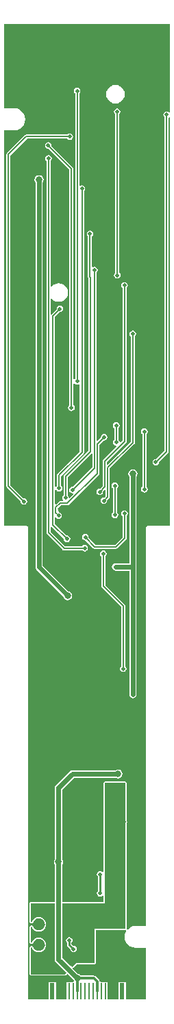
<source format=gbl>
%FSLAX25Y25*%
%MOIN*%
G70*
G01*
G75*
G04 Layer_Physical_Order=2*
G04 Layer_Color=16711680*
%ADD10C,0.05906*%
%ADD11R,0.07874X0.07874*%
%ADD12R,0.02362X0.02756*%
%ADD13R,0.02756X0.02362*%
%ADD14R,0.03150X0.03937*%
%ADD15R,0.03937X0.03150*%
%ADD16R,0.02559X0.02165*%
%ADD17R,0.02165X0.02559*%
%ADD18R,0.03543X0.03150*%
%ADD19R,0.03543X0.03150*%
%ADD20R,0.01575X0.03937*%
%ADD21O,0.01181X0.07874*%
%ADD22R,0.01181X0.07874*%
%ADD23R,0.03937X0.01575*%
%ADD24R,0.02362X0.07874*%
%ADD25R,0.01063X0.07874*%
%ADD26R,0.05118X0.05118*%
%ADD27R,0.00787X0.02362*%
%ADD28R,0.00787X0.03150*%
%ADD29R,0.02362X0.00787*%
%ADD30R,0.03150X0.00787*%
%ADD31R,0.03150X0.02559*%
%ADD32R,0.05118X0.15748*%
%ADD33R,0.03150X0.03543*%
%ADD34R,0.03150X0.03543*%
%ADD35R,0.06299X0.07480*%
%ADD36R,0.02756X0.13386*%
%ADD37R,0.02756X0.06102*%
%ADD38R,0.07874X0.10000*%
%ADD39C,0.00787*%
%ADD40C,0.02362*%
%ADD41C,0.01000*%
%ADD42C,0.01575*%
%ADD43C,0.01181*%
%ADD44C,0.01969*%
%ADD45C,0.03150*%
G36*
X60180Y-441588D02*
X60316Y-441765D01*
X60434Y-442051D01*
X60318Y-442202D01*
X59782Y-443495D01*
X59600Y-444882D01*
X59782Y-446270D01*
X60318Y-447563D01*
X61170Y-448673D01*
X62280Y-449525D01*
X63573Y-450060D01*
X64961Y-450243D01*
Y-450216D01*
X69863D01*
Y-475375D01*
X60210D01*
Y-466812D01*
X56666D01*
Y-475375D01*
X51410D01*
Y-466812D01*
X48673D01*
X47556Y-466589D01*
X47464Y-466128D01*
X47203Y-465737D01*
X47203Y-465737D01*
X45496Y-464030D01*
X45105Y-463769D01*
X44644Y-463678D01*
X44644Y-463678D01*
X38360D01*
X38122Y-463321D01*
X37406Y-462842D01*
X36994Y-462760D01*
X34370Y-460136D01*
X34400Y-460070D01*
D01*
X34400D01*
D01*
D01*
X34400Y-460070D01*
D01*
X34512Y-459973D01*
X34649Y-459916D01*
X36406Y-458159D01*
X44833D01*
X44951Y-458110D01*
X45078Y-458110D01*
X45168Y-458073D01*
D01*
D01*
X45168Y-458073D01*
X45258Y-457983D01*
X45285Y-457972D01*
X45297Y-457944D01*
X45341Y-457900D01*
X45385Y-457856D01*
X45413Y-457844D01*
X45424Y-457817D01*
X45514Y-457727D01*
X45514Y-457727D01*
X45514Y-457727D01*
Y-457727D01*
Y-457727D01*
X45514D01*
X45514D01*
X45514Y-457727D01*
Y-457727D01*
X45551Y-457637D01*
Y-457582D01*
X45600Y-457393D01*
X45600Y-457393D01*
X45600Y-457393D01*
Y-441663D01*
X59873D01*
X59935Y-441637D01*
X60000D01*
X60055Y-441614D01*
X60118D01*
X60180Y-441588D01*
X60180Y-441588D01*
D02*
G37*
G36*
X25674Y-455801D02*
X25811Y-456493D01*
X26203Y-457079D01*
X31393Y-462268D01*
X31143Y-462519D01*
X30680Y-462981D01*
X30463Y-463071D01*
X14104D01*
X14014Y-463034D01*
X13976Y-462944D01*
Y-450246D01*
X14378Y-449949D01*
X14562Y-450004D01*
X14795Y-450567D01*
X15363Y-451307D01*
X16103Y-451875D01*
X16965Y-452232D01*
X17890Y-452354D01*
X18815Y-452232D01*
X19677Y-451875D01*
X20417Y-451307D01*
X20985Y-450567D01*
X21342Y-449705D01*
X21464Y-448780D01*
X21342Y-447855D01*
X20985Y-446993D01*
X20417Y-446253D01*
X19677Y-445685D01*
X18815Y-445328D01*
X17890Y-445206D01*
X16965Y-445328D01*
X16103Y-445685D01*
X15363Y-446253D01*
X14795Y-446993D01*
X14562Y-447556D01*
X14378Y-447611D01*
X13976Y-447314D01*
Y-440246D01*
X14378Y-439949D01*
X14562Y-440004D01*
X14795Y-440567D01*
X15363Y-441307D01*
X16103Y-441875D01*
X16965Y-442232D01*
X17890Y-442354D01*
X18815Y-442232D01*
X19677Y-441875D01*
X20417Y-441307D01*
X20985Y-440567D01*
X21342Y-439705D01*
X21464Y-438780D01*
X21342Y-437855D01*
X20985Y-436993D01*
X20417Y-436253D01*
X19677Y-435685D01*
X18815Y-435328D01*
X17890Y-435206D01*
X16965Y-435328D01*
X16103Y-435685D01*
X15363Y-436253D01*
X14795Y-436993D01*
X14562Y-437556D01*
X14378Y-437611D01*
X13976Y-437314D01*
Y-428631D01*
X14014Y-428541D01*
X14104Y-428504D01*
X25674D01*
Y-455801D01*
D02*
G37*
G36*
X59963Y-370037D02*
X60000Y-370127D01*
Y-388292D01*
Y-389814D01*
Y-440998D01*
X59935D01*
X59873Y-441024D01*
X44961D01*
Y-441663D01*
X44961Y-441663D01*
X44961D01*
Y-457393D01*
X44923Y-457482D01*
X44833Y-457520D01*
X36102D01*
Y-457559D01*
X35954Y-457707D01*
X34197Y-459464D01*
X33197Y-458964D01*
X29287Y-455053D01*
Y-428504D01*
X50000D01*
Y-370127D01*
X50037Y-370037D01*
X50127Y-370000D01*
X59873D01*
X59963Y-370037D01*
D02*
G37*
G36*
X81674Y-43597D02*
X81214Y-43904D01*
X80693Y-43556D01*
X80079Y-43434D01*
X79464Y-43556D01*
X78943Y-43904D01*
X78595Y-44425D01*
X78473Y-45039D01*
X78595Y-45654D01*
X78943Y-46175D01*
X79075Y-46263D01*
Y-208403D01*
X74996Y-212483D01*
X74810Y-212446D01*
X74195Y-212568D01*
X73675Y-212916D01*
X73327Y-213437D01*
X73204Y-214052D01*
X73327Y-214666D01*
X73675Y-215187D01*
X74195Y-215535D01*
X74810Y-215657D01*
X75424Y-215535D01*
X75945Y-215187D01*
X76293Y-214666D01*
X76416Y-214052D01*
X76391Y-213926D01*
X80788Y-209528D01*
X81006Y-209203D01*
X81082Y-208819D01*
Y-46617D01*
X81523Y-46381D01*
X81674Y-46482D01*
Y-245060D01*
X70866D01*
X70482Y-245136D01*
X70157Y-245354D01*
X69939Y-245679D01*
X69863Y-246063D01*
Y-439548D01*
X64961D01*
Y-439521D01*
X63573Y-439704D01*
X62280Y-440239D01*
X61170Y-441091D01*
X61097Y-441187D01*
X60639Y-440998D01*
Y-389814D01*
X60737Y-389668D01*
X60859Y-389053D01*
X60737Y-388439D01*
X60639Y-388292D01*
Y-370127D01*
X60590Y-370010D01*
X60590Y-369882D01*
X60553Y-369793D01*
D01*
D01*
X60553Y-369793D01*
X60463Y-369703D01*
X60452Y-369675D01*
X60424Y-369664D01*
X60380Y-369620D01*
X60336Y-369576D01*
X60325Y-369548D01*
X60297Y-369537D01*
X60207Y-369447D01*
X60207Y-369447D01*
D01*
D01*
X60118Y-369409D01*
X59990Y-369409D01*
X59873Y-369361D01*
X50127D01*
X50010Y-369409D01*
X49883Y-369409D01*
X49793Y-369447D01*
D01*
D01*
X49793Y-369447D01*
X49703Y-369537D01*
X49675Y-369548D01*
X49664Y-369576D01*
X49620Y-369620D01*
X49576Y-369664D01*
X49548Y-369675D01*
X49537Y-369703D01*
X49447Y-369793D01*
X49447Y-369793D01*
D01*
D01*
X49409Y-369882D01*
X49409Y-370010D01*
X49361Y-370127D01*
Y-413233D01*
X48882Y-413378D01*
X48812Y-413274D01*
X48292Y-412926D01*
X47677Y-412804D01*
X47063Y-412926D01*
X46542Y-413274D01*
X46194Y-413795D01*
X46071Y-414409D01*
X46194Y-415024D01*
X46542Y-415545D01*
X46565Y-415560D01*
Y-422471D01*
X46542Y-422487D01*
X46194Y-423008D01*
X46071Y-423622D01*
X46194Y-424236D01*
X46542Y-424757D01*
X47063Y-425105D01*
X47677Y-425228D01*
X48292Y-425105D01*
X48812Y-424757D01*
X48882Y-424653D01*
X49361Y-424798D01*
Y-427865D01*
X29287D01*
Y-409580D01*
X29520Y-409231D01*
X29688Y-408386D01*
X29520Y-407541D01*
X29287Y-407192D01*
Y-373110D01*
X34961Y-367436D01*
X55223D01*
X55572Y-367670D01*
X56417Y-367838D01*
X57262Y-367670D01*
X57978Y-367191D01*
X58457Y-366475D01*
X58625Y-365630D01*
X58457Y-364785D01*
X57978Y-364069D01*
X57262Y-363590D01*
X56417Y-363422D01*
X55572Y-363590D01*
X55223Y-363824D01*
X34213D01*
X33521Y-363961D01*
X32935Y-364353D01*
X26203Y-371085D01*
X25811Y-371671D01*
X25674Y-372362D01*
X25674Y-372362D01*
X25674D01*
X25674Y-372362D01*
X25674D01*
Y-407192D01*
X25441Y-407541D01*
X25273Y-408386D01*
X25441Y-409231D01*
X25674Y-409580D01*
Y-427865D01*
X14104D01*
X13986Y-427913D01*
X13859Y-427913D01*
X13769Y-427951D01*
D01*
D01*
X13769Y-427951D01*
X13679Y-428041D01*
X13652Y-428052D01*
X13640Y-428080D01*
X13596Y-428124D01*
X13552Y-428168D01*
X13524Y-428179D01*
X13513Y-428207D01*
X13423Y-428297D01*
X13423Y-428297D01*
D01*
D01*
X13386Y-428386D01*
X13386Y-428514D01*
X13337Y-428631D01*
Y-437314D01*
X13356Y-437359D01*
X13344Y-437407D01*
X13447Y-437580D01*
X13524Y-437766D01*
X13570Y-437784D01*
X13596Y-437827D01*
X13997Y-438125D01*
X14045Y-438137D01*
X14077Y-438175D01*
X14277Y-438195D01*
X14472Y-438244D01*
X14514Y-438218D01*
X14564Y-438223D01*
X14748Y-438167D01*
X14773Y-438146D01*
X14807D01*
X14959Y-437994D01*
X15126Y-437857D01*
X15129Y-437824D01*
X15153Y-437800D01*
X15353Y-437315D01*
X15819Y-436709D01*
X16425Y-436243D01*
X17132Y-435951D01*
X17890Y-435851D01*
X18648Y-435951D01*
X19355Y-436243D01*
X19961Y-436709D01*
X20427Y-437315D01*
X20719Y-438022D01*
X20819Y-438780D01*
X20719Y-439538D01*
X20427Y-440245D01*
X19961Y-440851D01*
X19355Y-441317D01*
X18648Y-441609D01*
X17890Y-441709D01*
X17132Y-441609D01*
X16425Y-441317D01*
X15819Y-440851D01*
X15353Y-440245D01*
X15152Y-439760D01*
X15129Y-439736D01*
X15126Y-439703D01*
X14959Y-439566D01*
X14807Y-439414D01*
X14773D01*
X14747Y-439393D01*
X14563Y-439337D01*
X14514Y-439342D01*
X14472Y-439316D01*
X14277Y-439365D01*
X14077Y-439385D01*
X14045Y-439423D01*
X13997Y-439435D01*
X13596Y-439733D01*
X13570Y-439776D01*
X13524Y-439794D01*
X13447Y-439980D01*
X13344Y-440153D01*
X13356Y-440201D01*
X13337Y-440246D01*
Y-447314D01*
X13356Y-447359D01*
X13344Y-447407D01*
X13447Y-447580D01*
X13524Y-447766D01*
X13570Y-447785D01*
X13596Y-447827D01*
X13997Y-448125D01*
X14045Y-448137D01*
X14077Y-448175D01*
X14277Y-448195D01*
X14472Y-448244D01*
X14514Y-448218D01*
X14564Y-448223D01*
X14748Y-448167D01*
X14773Y-448146D01*
X14807D01*
X14959Y-447994D01*
X15126Y-447857D01*
X15129Y-447824D01*
X15153Y-447800D01*
X15353Y-447315D01*
X15819Y-446709D01*
X16425Y-446243D01*
X17132Y-445951D01*
X17890Y-445851D01*
X18648Y-445951D01*
X19355Y-446243D01*
X19961Y-446709D01*
X20427Y-447315D01*
X20719Y-448022D01*
X20819Y-448780D01*
X20719Y-449538D01*
X20427Y-450245D01*
X19961Y-450851D01*
X19355Y-451317D01*
X18648Y-451609D01*
X17890Y-451709D01*
X17132Y-451609D01*
X16425Y-451317D01*
X15819Y-450851D01*
X15353Y-450245D01*
X15152Y-449760D01*
X15129Y-449736D01*
X15126Y-449703D01*
X14959Y-449566D01*
X14807Y-449414D01*
X14773D01*
X14747Y-449393D01*
X14563Y-449337D01*
X14514Y-449342D01*
X14472Y-449316D01*
X14277Y-449365D01*
X14077Y-449385D01*
X14045Y-449423D01*
X13997Y-449435D01*
X13596Y-449733D01*
X13570Y-449776D01*
X13524Y-449794D01*
X13447Y-449980D01*
X13344Y-450153D01*
X13356Y-450201D01*
X13337Y-450246D01*
Y-462944D01*
X13386Y-463061D01*
X13386Y-463188D01*
X13423Y-463278D01*
D01*
D01*
X13423Y-463278D01*
X13513Y-463368D01*
X13524Y-463396D01*
X13552Y-463407D01*
X13596Y-463451D01*
X13640Y-463495D01*
X13652Y-463523D01*
X13679Y-463534D01*
X13769Y-463624D01*
X13769Y-463624D01*
D01*
D01*
X13859Y-463661D01*
X13986Y-463661D01*
X14104Y-463710D01*
X30463D01*
X30581Y-463661D01*
X30708D01*
X30925Y-463572D01*
X31015Y-463482D01*
X31132Y-463433D01*
X31595Y-462971D01*
X31595Y-462971D01*
Y-462971D01*
X32095Y-462971D01*
X34439Y-465315D01*
X34521Y-465727D01*
X34952Y-466371D01*
X34716Y-466812D01*
X31450D01*
Y-475375D01*
X26194D01*
Y-466812D01*
X22650D01*
Y-475375D01*
X12815D01*
Y-246063D01*
X12738Y-245679D01*
X12521Y-245354D01*
X12195Y-245136D01*
X11811Y-245060D01*
X1003D01*
Y-52578D01*
X5906D01*
Y-52605D01*
X7293Y-52422D01*
X8586Y-51887D01*
X9696Y-51035D01*
X10548Y-49924D01*
X11084Y-48632D01*
X11266Y-47244D01*
X11084Y-45857D01*
X10548Y-44564D01*
X9696Y-43453D01*
X8586Y-42601D01*
X7293Y-42066D01*
X5906Y-41883D01*
Y-41910D01*
X1003D01*
Y-1003D01*
X81674D01*
Y-43597D01*
D02*
G37*
%LPC*%
G36*
X17992Y-74406D02*
X17147Y-74575D01*
X16431Y-75053D01*
X15952Y-75769D01*
X15784Y-76614D01*
X15952Y-77459D01*
X16186Y-77808D01*
Y-265015D01*
X16186Y-265015D01*
X16186D01*
X16323Y-265706D01*
X16715Y-266292D01*
X29761Y-279338D01*
X29843Y-279750D01*
X30321Y-280466D01*
X31037Y-280945D01*
X31882Y-281113D01*
X32727Y-280945D01*
X33443Y-280466D01*
X33922Y-279750D01*
X34090Y-278905D01*
X33922Y-278060D01*
X33443Y-277344D01*
X32727Y-276865D01*
X32315Y-276783D01*
X19798Y-264267D01*
Y-77808D01*
X20032Y-77459D01*
X20200Y-76614D01*
X20032Y-75769D01*
X19553Y-75053D01*
X18837Y-74575D01*
X17992Y-74406D01*
D02*
G37*
G36*
X59606Y-237410D02*
X58992Y-237532D01*
X58471Y-237880D01*
X58123Y-238401D01*
X58001Y-239016D01*
X58123Y-239630D01*
X58471Y-240151D01*
X58603Y-240239D01*
Y-250458D01*
X54978Y-254083D01*
X45463D01*
X42069Y-250689D01*
X42100Y-250534D01*
X41978Y-249919D01*
X41630Y-249398D01*
X41109Y-249050D01*
X40494Y-248928D01*
X39880Y-249050D01*
X39359Y-249398D01*
X39011Y-249919D01*
X38889Y-250534D01*
X39011Y-251148D01*
X39359Y-251669D01*
X39880Y-252017D01*
X40494Y-252139D01*
X40650Y-252109D01*
X44337Y-255796D01*
X44555Y-255941D01*
X44663Y-256013D01*
X45047Y-256090D01*
X55394D01*
X55778Y-256013D01*
X56103Y-255796D01*
X60316Y-251583D01*
X60533Y-251258D01*
X60610Y-250874D01*
X60610Y-250874D01*
X60610Y-250874D01*
Y-250874D01*
Y-240239D01*
X60742Y-240151D01*
X61090Y-239630D01*
X61212Y-239016D01*
X61090Y-238401D01*
X60742Y-237880D01*
X60221Y-237532D01*
X59606Y-237410D01*
D02*
G37*
G36*
X49213Y-256938D02*
X48598Y-257060D01*
X48077Y-257408D01*
X47729Y-257929D01*
X47607Y-258543D01*
X47729Y-259158D01*
X48077Y-259679D01*
X48209Y-259767D01*
Y-274213D01*
X48209Y-274213D01*
X48209D01*
X48285Y-274597D01*
X48503Y-274922D01*
X57954Y-284373D01*
Y-313205D01*
X57822Y-313293D01*
X57474Y-313814D01*
X57352Y-314428D01*
X57474Y-315042D01*
X57822Y-315563D01*
X58343Y-315912D01*
X58958Y-316034D01*
X59572Y-315912D01*
X60093Y-315563D01*
X60441Y-315042D01*
X60563Y-314428D01*
X60441Y-313814D01*
X60093Y-313293D01*
X59961Y-313205D01*
Y-283958D01*
X59885Y-283574D01*
X59813Y-283466D01*
X59667Y-283248D01*
X50216Y-273797D01*
Y-259767D01*
X50348Y-259679D01*
X50696Y-259158D01*
X50818Y-258543D01*
X50696Y-257929D01*
X50348Y-257408D01*
X49827Y-257060D01*
X49213Y-256938D01*
D02*
G37*
G36*
X32677Y-444969D02*
X32063Y-445091D01*
X31542Y-445439D01*
X31194Y-445960D01*
X31071Y-446575D01*
X31194Y-447189D01*
X31542Y-447710D01*
X31565Y-447726D01*
Y-448647D01*
X31565Y-448647D01*
X31650Y-449072D01*
X31891Y-449433D01*
X33210Y-450752D01*
X33205Y-450780D01*
X33327Y-451395D01*
X33675Y-451915D01*
X34196Y-452263D01*
X34811Y-452386D01*
X35425Y-452263D01*
X35946Y-451915D01*
X36294Y-451395D01*
X36416Y-450780D01*
X36294Y-450166D01*
X35946Y-449645D01*
X35425Y-449297D01*
X34811Y-449174D01*
X34783Y-449180D01*
X33789Y-448186D01*
Y-447726D01*
X33812Y-447710D01*
X34161Y-447189D01*
X34283Y-446575D01*
X34161Y-445960D01*
X33812Y-445439D01*
X33292Y-445091D01*
X32677Y-444969D01*
D02*
G37*
G36*
X63661Y-217452D02*
X62817Y-217620D01*
X62100Y-218098D01*
X61622Y-218814D01*
X61454Y-219659D01*
X61622Y-220504D01*
X61855Y-220853D01*
Y-263154D01*
X55197D01*
X54506Y-263292D01*
X53920Y-263683D01*
X53528Y-264269D01*
X53391Y-264961D01*
X53528Y-265652D01*
X53920Y-266238D01*
X54506Y-266630D01*
X55197Y-266767D01*
X61855D01*
Y-326969D01*
X61993Y-327660D01*
X62384Y-328246D01*
X62970Y-328637D01*
X63661Y-328775D01*
X64353Y-328637D01*
X64939Y-328246D01*
X65330Y-327660D01*
X65468Y-326969D01*
Y-264961D01*
Y-220853D01*
X65701Y-220504D01*
X65869Y-219659D01*
X65701Y-218814D01*
X65223Y-218098D01*
X64506Y-217620D01*
X63661Y-217452D01*
D02*
G37*
G36*
X55984Y-41977D02*
X55370Y-42099D01*
X54849Y-42447D01*
X54501Y-42968D01*
X54379Y-43583D01*
X54501Y-44197D01*
X54849Y-44718D01*
X55059Y-44859D01*
Y-121887D01*
X54928Y-121975D01*
X54580Y-122496D01*
X54457Y-123110D01*
X54580Y-123725D01*
X54928Y-124246D01*
X55449Y-124594D01*
X56063Y-124716D01*
X56677Y-124594D01*
X57198Y-124246D01*
X57546Y-123725D01*
X57669Y-123110D01*
X57546Y-122496D01*
X57198Y-121975D01*
X57067Y-121887D01*
Y-44754D01*
X57120Y-44718D01*
X57468Y-44197D01*
X57590Y-43583D01*
X57468Y-42968D01*
X57120Y-42447D01*
X56599Y-42099D01*
X55984Y-41977D01*
D02*
G37*
G36*
X36496Y-31898D02*
X35882Y-32021D01*
X35361Y-32369D01*
X35013Y-32890D01*
X34890Y-33504D01*
X35013Y-34118D01*
X35361Y-34639D01*
X35493Y-34727D01*
Y-173419D01*
X35091Y-173717D01*
X34744Y-173612D01*
Y-71260D01*
X34680Y-70939D01*
X34667Y-70876D01*
X34450Y-70550D01*
X24055Y-60155D01*
X24086Y-60000D01*
X23964Y-59386D01*
X23616Y-58865D01*
X23095Y-58517D01*
X22480Y-58394D01*
X21866Y-58517D01*
X21345Y-58865D01*
X20997Y-59386D01*
X20875Y-60000D01*
X20997Y-60615D01*
X21345Y-61135D01*
X21866Y-61483D01*
X22480Y-61606D01*
X22636Y-61575D01*
X32737Y-71675D01*
Y-186296D01*
X32605Y-186384D01*
X32257Y-186905D01*
X32135Y-187520D01*
X32257Y-188134D01*
X32605Y-188655D01*
X33126Y-189003D01*
X33740Y-189125D01*
X34355Y-189003D01*
X34876Y-188655D01*
X35224Y-188134D01*
X35346Y-187520D01*
X35224Y-186905D01*
X34876Y-186384D01*
X34744Y-186296D01*
Y-175758D01*
X35222Y-175613D01*
X35361Y-175820D01*
X35882Y-176169D01*
X36496Y-176291D01*
X37110Y-176169D01*
X37374Y-175992D01*
X37815Y-176228D01*
Y-208836D01*
X27007Y-219645D01*
X26789Y-219970D01*
X26713Y-220354D01*
Y-225469D01*
X26581Y-225557D01*
X26246Y-226060D01*
X25767Y-225914D01*
Y-143250D01*
X27994Y-141024D01*
X28150Y-141054D01*
X28764Y-140932D01*
X29285Y-140584D01*
X29633Y-140063D01*
X29755Y-139449D01*
X29633Y-138834D01*
X29285Y-138313D01*
X28764Y-137965D01*
X28150Y-137843D01*
X27535Y-137965D01*
X27014Y-138313D01*
X26666Y-138834D01*
X26544Y-139449D01*
X26575Y-139604D01*
X24064Y-142115D01*
X24000Y-142089D01*
X23602Y-141823D01*
Y-134554D01*
X24075Y-134394D01*
X24330Y-134725D01*
X25276Y-135451D01*
X26377Y-135907D01*
X27559Y-136063D01*
X28741Y-135907D01*
X29842Y-135451D01*
X30788Y-134725D01*
X31514Y-133779D01*
X31970Y-132678D01*
X32126Y-131496D01*
X31970Y-130314D01*
X31514Y-129213D01*
X30788Y-128267D01*
X29842Y-127541D01*
X28741Y-127085D01*
X27559Y-126929D01*
X26377Y-127085D01*
X25276Y-127541D01*
X24330Y-128267D01*
X24075Y-128599D01*
X23602Y-128438D01*
Y-67523D01*
X23734Y-67435D01*
X24082Y-66914D01*
X24204Y-66299D01*
X24082Y-65685D01*
X23734Y-65164D01*
X23213Y-64816D01*
X22598Y-64694D01*
X21984Y-64816D01*
X21463Y-65164D01*
X21115Y-65685D01*
X20993Y-66299D01*
X21115Y-66914D01*
X21463Y-67435D01*
X21595Y-67523D01*
Y-248307D01*
X21595Y-248307D01*
X21595D01*
X21671Y-248691D01*
X21889Y-249017D01*
X29448Y-256576D01*
X29773Y-256793D01*
X30158Y-256870D01*
X38934D01*
X39022Y-257001D01*
X39543Y-257350D01*
X40157Y-257472D01*
X40772Y-257350D01*
X41293Y-257001D01*
X41641Y-256481D01*
X41763Y-255866D01*
X41641Y-255252D01*
X41293Y-254731D01*
X40772Y-254383D01*
X40157Y-254260D01*
X39543Y-254383D01*
X39022Y-254731D01*
X38934Y-254863D01*
X30573D01*
X23602Y-247891D01*
Y-245500D01*
X24000Y-245234D01*
X24064Y-245208D01*
X30000Y-251144D01*
X29969Y-251299D01*
X30091Y-251914D01*
X30439Y-252435D01*
X30960Y-252783D01*
X31575Y-252905D01*
X32189Y-252783D01*
X32710Y-252435D01*
X33058Y-251914D01*
X33180Y-251299D01*
X33058Y-250685D01*
X32710Y-250164D01*
X32189Y-249816D01*
X31575Y-249694D01*
X31419Y-249725D01*
X25767Y-244073D01*
Y-241034D01*
X26246Y-240889D01*
X26384Y-241096D01*
X26905Y-241444D01*
X27520Y-241566D01*
X28134Y-241444D01*
X28655Y-241096D01*
X29003Y-240575D01*
X29125Y-239961D01*
X29003Y-239346D01*
X28655Y-238825D01*
X28134Y-238477D01*
X27520Y-238355D01*
X27145Y-236472D01*
Y-236439D01*
X28644Y-234941D01*
X31811D01*
X32195Y-234864D01*
X32521Y-234647D01*
X47048Y-220119D01*
X47266Y-219794D01*
X47278Y-219730D01*
X47342Y-219409D01*
Y-205534D01*
X49490Y-203386D01*
X49646Y-203417D01*
X50260Y-203294D01*
X50781Y-202946D01*
X51129Y-202426D01*
X51251Y-201811D01*
X51129Y-201197D01*
X50781Y-200676D01*
X50260Y-200328D01*
X49646Y-200205D01*
X49031Y-200328D01*
X48510Y-200676D01*
X48162Y-201197D01*
X48040Y-201811D01*
X48071Y-201967D01*
X46426Y-203611D01*
X45964Y-203420D01*
Y-121853D01*
X46096Y-121765D01*
X46444Y-121244D01*
X46566Y-120630D01*
X46444Y-120016D01*
X46096Y-119495D01*
X45575Y-119147D01*
X44961Y-119024D01*
X44346Y-119147D01*
X44240Y-119218D01*
X43799Y-118982D01*
Y-104216D01*
X43931Y-104128D01*
X44279Y-103607D01*
X44401Y-102992D01*
X44279Y-102378D01*
X43931Y-101857D01*
X43410Y-101509D01*
X42795Y-101386D01*
X42181Y-101509D01*
X41660Y-101857D01*
X41312Y-102378D01*
X41190Y-102992D01*
X41312Y-103607D01*
X41660Y-104128D01*
X41792Y-104216D01*
Y-123791D01*
X41792Y-123791D01*
X41792D01*
X41868Y-124175D01*
X41870Y-124179D01*
Y-208403D01*
X30117Y-220157D01*
X29900Y-220482D01*
X29823Y-220866D01*
Y-230154D01*
X29691Y-230243D01*
X29343Y-230764D01*
X29221Y-231378D01*
X29343Y-231992D01*
X29678Y-232492D01*
X29566Y-232700D01*
X29411Y-232933D01*
X28228D01*
X27908Y-232997D01*
X27844Y-233010D01*
X27519Y-233227D01*
X26229Y-234517D01*
X25767Y-234326D01*
Y-227471D01*
X26246Y-227326D01*
X26581Y-227828D01*
X27102Y-228176D01*
X27716Y-228299D01*
X28331Y-228176D01*
X28852Y-227828D01*
X29200Y-227307D01*
X29322Y-226693D01*
X29200Y-226079D01*
X28852Y-225557D01*
X28720Y-225469D01*
Y-220770D01*
X39529Y-209962D01*
X39746Y-209636D01*
X39822Y-209252D01*
Y-82208D01*
X39954Y-82120D01*
X40302Y-81599D01*
X40424Y-80984D01*
X40302Y-80370D01*
X39954Y-79849D01*
X39433Y-79501D01*
X38819Y-79379D01*
X38204Y-79501D01*
X37941Y-79677D01*
X37500Y-79441D01*
Y-34727D01*
X37631Y-34639D01*
X37980Y-34118D01*
X38102Y-33504D01*
X37980Y-32890D01*
X37631Y-32369D01*
X37110Y-32021D01*
X36496Y-31898D01*
D02*
G37*
G36*
X55118Y-30473D02*
X53936Y-30628D01*
X52835Y-31085D01*
X51889Y-31810D01*
X51163Y-32756D01*
X50707Y-33858D01*
X50551Y-35039D01*
X50707Y-36221D01*
X51163Y-37323D01*
X51889Y-38269D01*
X52835Y-38994D01*
X53936Y-39450D01*
X55118Y-39606D01*
X56300Y-39450D01*
X57402Y-38994D01*
X58347Y-38269D01*
X59073Y-37323D01*
X59529Y-36221D01*
X59685Y-35039D01*
X59529Y-33858D01*
X59073Y-32756D01*
X58347Y-31810D01*
X57402Y-31085D01*
X56300Y-30628D01*
X55118Y-30473D01*
D02*
G37*
G36*
X32913Y-54103D02*
X32299Y-54225D01*
X31778Y-54573D01*
X31690Y-54705D01*
X11772D01*
X11388Y-54782D01*
X11280Y-54854D01*
X11062Y-54999D01*
X2401Y-63661D01*
X2183Y-63986D01*
X2107Y-64370D01*
Y-225630D01*
X2107Y-225630D01*
X2107D01*
X2183Y-226014D01*
X2401Y-226340D01*
X9016Y-232955D01*
X8985Y-233110D01*
X9107Y-233725D01*
X9455Y-234246D01*
X9976Y-234594D01*
X10591Y-234716D01*
X11205Y-234594D01*
X11726Y-234246D01*
X12074Y-233725D01*
X12196Y-233110D01*
X12074Y-232496D01*
X11726Y-231975D01*
X11205Y-231627D01*
X10591Y-231505D01*
X10435Y-231536D01*
X4114Y-225214D01*
Y-64786D01*
X12187Y-56712D01*
X31690D01*
X31778Y-56844D01*
X32299Y-57192D01*
X32913Y-57314D01*
X33528Y-57192D01*
X34049Y-56844D01*
X34397Y-56323D01*
X34519Y-55709D01*
X34397Y-55094D01*
X34049Y-54573D01*
X33528Y-54225D01*
X32913Y-54103D01*
D02*
G37*
G36*
X69252Y-197568D02*
X68638Y-197690D01*
X68117Y-198038D01*
X67769Y-198559D01*
X67646Y-199173D01*
X67769Y-199788D01*
X68117Y-200309D01*
X68248Y-200397D01*
Y-225981D01*
X68117Y-226069D01*
X67769Y-226590D01*
X67646Y-227205D01*
X67769Y-227819D01*
X68117Y-228340D01*
X68638Y-228688D01*
X69252Y-228810D01*
X69866Y-228688D01*
X70387Y-228340D01*
X70735Y-227819D01*
X70858Y-227205D01*
X70735Y-226590D01*
X70387Y-226069D01*
X70256Y-225981D01*
Y-200397D01*
X70387Y-200309D01*
X70735Y-199788D01*
X70858Y-199173D01*
X70735Y-198559D01*
X70387Y-198038D01*
X69866Y-197690D01*
X69252Y-197568D01*
D02*
G37*
G36*
X54921Y-223867D02*
X54307Y-223989D01*
X53786Y-224337D01*
X53438Y-224858D01*
X53316Y-225472D01*
X53438Y-226087D01*
X53786Y-226608D01*
X53918Y-226696D01*
Y-238383D01*
X53786Y-238471D01*
X53438Y-238992D01*
X53316Y-239606D01*
X53438Y-240221D01*
X53786Y-240742D01*
X54307Y-241090D01*
X54921Y-241212D01*
X55536Y-241090D01*
X56057Y-240742D01*
X56405Y-240221D01*
X56527Y-239606D01*
X56405Y-238992D01*
X56057Y-238471D01*
X55925Y-238383D01*
Y-226696D01*
X56057Y-226608D01*
X56405Y-226087D01*
X56527Y-225472D01*
X56405Y-224858D01*
X56057Y-224337D01*
X55536Y-223989D01*
X54921Y-223867D01*
D02*
G37*
G36*
X59595Y-126415D02*
X58981Y-126537D01*
X58460Y-126885D01*
X58112Y-127406D01*
X57990Y-128021D01*
X58112Y-128635D01*
X58460Y-129156D01*
X58592Y-129244D01*
Y-203403D01*
X57649Y-204346D01*
X57170Y-204201D01*
X57074Y-203716D01*
X56726Y-203195D01*
X56594Y-203107D01*
Y-197405D01*
X56726Y-197317D01*
X57074Y-196796D01*
X57196Y-196181D01*
X57074Y-195567D01*
X56726Y-195046D01*
X56205Y-194698D01*
X55590Y-194576D01*
X54976Y-194698D01*
X54455Y-195046D01*
X54107Y-195567D01*
X53985Y-196181D01*
X54107Y-196796D01*
X54455Y-197317D01*
X54587Y-197405D01*
Y-203107D01*
X54455Y-203195D01*
X54107Y-203716D01*
X53985Y-204331D01*
X54107Y-204945D01*
X54455Y-205466D01*
X54976Y-205814D01*
X55461Y-205911D01*
X55606Y-206389D01*
X49290Y-212705D01*
X49073Y-213030D01*
X48996Y-213414D01*
Y-225569D01*
X47675Y-226890D01*
X47520Y-226859D01*
X46905Y-226981D01*
X46384Y-227329D01*
X46036Y-227850D01*
X45914Y-228465D01*
X46036Y-229079D01*
X46384Y-229600D01*
X46905Y-229948D01*
X47520Y-230070D01*
X48134Y-229948D01*
X48655Y-229600D01*
X49003Y-229079D01*
X49125Y-228465D01*
X49094Y-228309D01*
X49913Y-227491D01*
X50374Y-227682D01*
Y-230446D01*
X49642Y-231179D01*
X49486Y-231148D01*
X48872Y-231270D01*
X48351Y-231618D01*
X48003Y-232139D01*
X47881Y-232754D01*
X48003Y-233368D01*
X48351Y-233889D01*
X48872Y-234237D01*
X49486Y-234360D01*
X50101Y-234237D01*
X50621Y-233889D01*
X50970Y-233368D01*
X51092Y-232754D01*
X51061Y-232598D01*
X52087Y-231572D01*
X52233Y-231354D01*
X52305Y-231246D01*
X52381Y-230862D01*
Y-217069D01*
X64332Y-205119D01*
X64549Y-204794D01*
X64562Y-204730D01*
X64626Y-204409D01*
Y-152838D01*
X64757Y-152750D01*
X65105Y-152229D01*
X65228Y-151614D01*
X65105Y-151000D01*
X64757Y-150479D01*
X64236Y-150131D01*
X63622Y-150008D01*
X63008Y-150131D01*
X62487Y-150479D01*
X62139Y-151000D01*
X62016Y-151614D01*
X62139Y-152229D01*
X62487Y-152750D01*
X62618Y-152838D01*
Y-203994D01*
X51465Y-215147D01*
X51003Y-214955D01*
Y-213830D01*
X60305Y-204528D01*
X60523Y-204203D01*
X60599Y-203819D01*
X60599Y-203819D01*
X60599Y-203819D01*
Y-203819D01*
Y-129244D01*
X60731Y-129156D01*
X61079Y-128635D01*
X61201Y-128021D01*
X61079Y-127406D01*
X60731Y-126885D01*
X60210Y-126537D01*
X59595Y-126415D01*
D02*
G37*
%LPD*%
G36*
X43957Y-209808D02*
Y-216361D01*
X34351Y-225967D01*
X34195Y-225936D01*
X33581Y-226058D01*
X33060Y-226406D01*
X32712Y-226927D01*
X32590Y-227542D01*
X32712Y-228156D01*
X33060Y-228677D01*
X33581Y-229025D01*
X34195Y-229147D01*
X34582Y-229070D01*
X34817Y-229511D01*
X32893Y-231435D01*
X32415Y-231290D01*
X32310Y-230764D01*
X31962Y-230243D01*
X31830Y-230154D01*
Y-221282D01*
X43495Y-209617D01*
X43957Y-209808D01*
D02*
G37*
D24*
X58438Y-471340D02*
D03*
X24422D02*
D03*
D25*
X42414D02*
D03*
X44383D02*
D03*
X46351D02*
D03*
X48320D02*
D03*
X50288D02*
D03*
X52257D02*
D03*
X40446D02*
D03*
X38477D02*
D03*
X36509D02*
D03*
X34540D02*
D03*
X32572D02*
D03*
X30603D02*
D03*
D39*
X55590Y-204331D02*
Y-196181D01*
X46339Y-219409D02*
Y-205118D01*
X31811Y-233937D02*
X46339Y-219409D01*
X28228Y-233937D02*
X31811D01*
X26142Y-236024D02*
X28228Y-233937D01*
X26142Y-238583D02*
Y-236024D01*
Y-238583D02*
X27520Y-239961D01*
X46339Y-205118D02*
X49646Y-201811D01*
X55984Y-43583D02*
X56063Y-43661D01*
Y-123110D02*
Y-43661D01*
X24764Y-142835D02*
X28150Y-139449D01*
X24764Y-244488D02*
Y-142835D01*
Y-244488D02*
X31575Y-251299D01*
X22598Y-248307D02*
X30158Y-255866D01*
X40157D01*
X22598Y-248307D02*
Y-66299D01*
X22480Y-60000D02*
X33740Y-71260D01*
Y-187520D02*
Y-71260D01*
X36496Y-174685D02*
Y-33504D01*
X11772Y-55709D02*
X32913D01*
X3110Y-64370D02*
X11772Y-55709D01*
X3110Y-225630D02*
Y-64370D01*
Y-225630D02*
X10591Y-233110D01*
X38819Y-209252D02*
Y-80984D01*
X27716Y-220354D02*
X38819Y-209252D01*
X27716Y-226693D02*
Y-220354D01*
X30827Y-231378D02*
Y-220866D01*
X42795Y-123791D02*
Y-102992D01*
X42874Y-208819D02*
Y-123870D01*
X30827Y-220866D02*
X42874Y-208819D01*
X42795Y-123791D02*
X42874Y-123870D01*
X74810Y-214052D02*
X74846D01*
X80079Y-208819D01*
Y-45039D01*
X44961Y-216776D02*
Y-120630D01*
X34195Y-227542D02*
X44961Y-216776D01*
X69252Y-227205D02*
Y-199173D01*
X59606Y-250874D02*
Y-239016D01*
X55394Y-255086D02*
X59606Y-250874D01*
X45047Y-255086D02*
X55394D01*
X40494Y-250534D02*
X45047Y-255086D01*
X54921Y-239606D02*
Y-225472D01*
X59595Y-203819D02*
Y-128021D01*
X50000Y-213414D02*
X59595Y-203819D01*
X50000Y-225984D02*
Y-213414D01*
X47520Y-228465D02*
X50000Y-225984D01*
X63622Y-204409D02*
Y-151614D01*
X51378Y-216653D02*
X63622Y-204409D01*
X51378Y-230862D02*
Y-216653D01*
X49486Y-232754D02*
X51378Y-230862D01*
X58958Y-314428D02*
Y-283958D01*
X49213Y-274213D02*
X58958Y-283958D01*
X49213Y-274213D02*
Y-258543D01*
D40*
X34213Y-365630D02*
X56417D01*
X27480Y-372362D02*
X34213Y-365630D01*
X27480Y-408386D02*
Y-372362D01*
X55630Y-365630D02*
X56417D01*
X27480Y-455801D02*
X36561Y-464882D01*
X27480Y-455801D02*
Y-408386D01*
X17992Y-265015D02*
X31882Y-278905D01*
X17992Y-265015D02*
Y-76614D01*
X55197Y-264961D02*
X63661D01*
Y-326969D02*
Y-264961D01*
Y-219659D01*
D41*
X47677Y-423622D02*
Y-414409D01*
X32677Y-448647D02*
Y-446575D01*
Y-448647D02*
X34811Y-450780D01*
D43*
X46351Y-471340D02*
Y-466589D01*
X44644Y-464882D02*
X46351Y-466589D01*
X36561Y-464882D02*
X44644D01*
X36509Y-471340D02*
Y-464934D01*
D44*
X23110Y-257638D02*
D03*
X33150Y-247835D02*
D03*
X32953Y-259409D02*
D03*
X36772Y-253465D02*
D03*
X46384Y-250506D02*
D03*
X55590Y-196181D02*
D03*
Y-204331D02*
D03*
X27520Y-239961D02*
D03*
X49646Y-201811D02*
D03*
X56575Y-247362D02*
D03*
X34488Y-221890D02*
D03*
X55984Y-43583D02*
D03*
X56063Y-123110D02*
D03*
X28150Y-139449D02*
D03*
X31575Y-251299D02*
D03*
X40157Y-255866D02*
D03*
X22598Y-66299D02*
D03*
X22480Y-60000D02*
D03*
X33740Y-187520D02*
D03*
X36496Y-33504D02*
D03*
Y-174685D02*
D03*
X32913Y-55709D02*
D03*
X10591Y-233110D02*
D03*
X38819Y-80984D02*
D03*
X27716Y-226693D02*
D03*
X42795Y-102992D02*
D03*
X74810Y-214052D02*
D03*
X80079Y-45039D02*
D03*
X44961Y-120630D02*
D03*
X34195Y-227542D02*
D03*
X30827Y-231378D02*
D03*
X69252Y-199173D02*
D03*
Y-227205D02*
D03*
X59606Y-239016D02*
D03*
X40494Y-250534D02*
D03*
X49213Y-258543D02*
D03*
X54921Y-225472D02*
D03*
X59595Y-128021D02*
D03*
X47520Y-228465D02*
D03*
X63622Y-151614D02*
D03*
X49486Y-232754D02*
D03*
X59488Y-233740D02*
D03*
X54921Y-239606D02*
D03*
X41693Y-237717D02*
D03*
Y-240394D02*
D03*
X39134Y-237717D02*
D03*
Y-240394D02*
D03*
X47677Y-414409D02*
D03*
Y-423622D02*
D03*
X49213Y-144803D02*
D03*
X30394Y-35512D02*
D03*
X29685Y-157165D02*
D03*
X43780Y-424882D02*
D03*
Y-420039D02*
D03*
X38819Y-424764D02*
D03*
Y-420079D02*
D03*
X32795Y-409449D02*
D03*
X15512Y-410000D02*
D03*
X14528Y-396260D02*
D03*
X36575Y-388583D02*
D03*
X35197Y-371024D02*
D03*
X35315Y-357441D02*
D03*
X47638Y-360591D02*
D03*
Y-354803D02*
D03*
X51575Y-313228D02*
D03*
X66850Y-461299D02*
D03*
X58701Y-457126D02*
D03*
X66850D02*
D03*
X62638Y-457087D02*
D03*
X67874Y-309842D02*
D03*
X67559Y-338976D02*
D03*
X41024Y-290669D02*
D03*
X31850Y-274252D02*
D03*
X20787Y-277913D02*
D03*
X55905Y-258504D02*
D03*
X40905Y-124764D02*
D03*
X75945Y-157874D02*
D03*
X42992Y-214055D02*
D03*
X62520Y-214134D02*
D03*
X74016Y-240709D02*
D03*
X8071Y-161457D02*
D03*
X10748Y-113504D02*
D03*
X54016Y-104646D02*
D03*
X61535Y-87087D02*
D03*
X53189Y-60984D02*
D03*
X46024Y-35984D02*
D03*
X74016Y-43780D02*
D03*
X2913Y-40472D02*
D03*
X3268Y-25197D02*
D03*
X2441Y-15827D02*
D03*
X32677Y-446575D02*
D03*
X34811Y-450780D02*
D03*
X59254Y-389053D02*
D03*
X56693Y-386575D02*
D03*
X56653Y-424173D02*
D03*
X63661Y-326969D02*
D03*
X58958Y-314428D02*
D03*
X57205Y-172283D02*
D03*
X55197Y-264961D02*
D03*
D45*
X39567Y-430945D02*
D03*
X38937Y-461417D02*
D03*
X30158Y-314370D02*
D03*
X19331Y-314449D02*
D03*
X30158Y-305472D02*
D03*
X19331Y-305827D02*
D03*
X30158Y-297520D02*
D03*
X19331D02*
D03*
X30158Y-288032D02*
D03*
X19331Y-287638D02*
D03*
X27441Y-365118D02*
D03*
X20039Y-365197D02*
D03*
X19961Y-385472D02*
D03*
X15236Y-413858D02*
D03*
X40748Y-415827D02*
D03*
X32047Y-424409D02*
D03*
X32323Y-417165D02*
D03*
X46968Y-396339D02*
D03*
X62283Y-366890D02*
D03*
X45039Y-381535D02*
D03*
Y-375630D02*
D03*
Y-370590D02*
D03*
X67165Y-366890D02*
D03*
X46968Y-401260D02*
D03*
Y-409410D02*
D03*
Y-390905D02*
D03*
X43465Y-433898D02*
D03*
X47874Y-430669D02*
D03*
X36561Y-464882D02*
D03*
X27480Y-408386D02*
D03*
X56417Y-365630D02*
D03*
X31882Y-278905D02*
D03*
X17992Y-76614D02*
D03*
X63661Y-219659D02*
D03*
M02*

</source>
